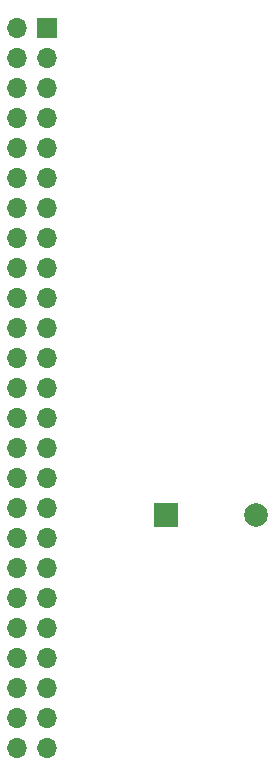
<source format=gbr>
%TF.GenerationSoftware,KiCad,Pcbnew,7.0.1-0*%
%TF.CreationDate,2023-05-31T17:03:07-06:00*%
%TF.ProjectId,STM32f4 Motion Sensor Shield,53544d33-3266-4342-904d-6f74696f6e20,rev?*%
%TF.SameCoordinates,Original*%
%TF.FileFunction,Soldermask,Bot*%
%TF.FilePolarity,Negative*%
%FSLAX46Y46*%
G04 Gerber Fmt 4.6, Leading zero omitted, Abs format (unit mm)*
G04 Created by KiCad (PCBNEW 7.0.1-0) date 2023-05-31 17:03:07*
%MOMM*%
%LPD*%
G01*
G04 APERTURE LIST*
%ADD10R,1.700000X1.700000*%
%ADD11O,1.700000X1.700000*%
%ADD12C,2.000000*%
%ADD13R,2.000000X2.000000*%
G04 APERTURE END LIST*
D10*
%TO.C,J1*%
X164140000Y-54990000D03*
D11*
X161600000Y-54990000D03*
X164140000Y-57530000D03*
X161600000Y-57530000D03*
X164140000Y-60070000D03*
X161600000Y-60070000D03*
X164140000Y-62610000D03*
X161600000Y-62610000D03*
X164140000Y-65150000D03*
X161600000Y-65150000D03*
X164140000Y-67690000D03*
X161600000Y-67690000D03*
X164140000Y-70230000D03*
X161600000Y-70230000D03*
X164140000Y-72770000D03*
X161600000Y-72770000D03*
X164140000Y-75310000D03*
X161600000Y-75310000D03*
X164140000Y-77850000D03*
X161600000Y-77850000D03*
X164140000Y-80390000D03*
X161600000Y-80390000D03*
X164140000Y-82930000D03*
X161600000Y-82930000D03*
X164140000Y-85470000D03*
X161600000Y-85470000D03*
X164140000Y-88010000D03*
X161600000Y-88010000D03*
X164140000Y-90550000D03*
X161600000Y-90550000D03*
X164140000Y-93090000D03*
X161600000Y-93090000D03*
X164140000Y-95630000D03*
X161600000Y-95630000D03*
X164140000Y-98170000D03*
X161600000Y-98170000D03*
X164140000Y-100710000D03*
X161600000Y-100710000D03*
X164140000Y-103250000D03*
X161600000Y-103250000D03*
X164140000Y-105790000D03*
X161600000Y-105790000D03*
X164140000Y-108330000D03*
X161600000Y-108330000D03*
X164140000Y-110870000D03*
X161600000Y-110870000D03*
X164140000Y-113410000D03*
X161600000Y-113410000D03*
X164140000Y-115950000D03*
X161600000Y-115950000D03*
%TD*%
D12*
%TO.C,BZ1*%
X181850000Y-96200000D03*
D13*
X174250000Y-96200000D03*
%TD*%
M02*

</source>
